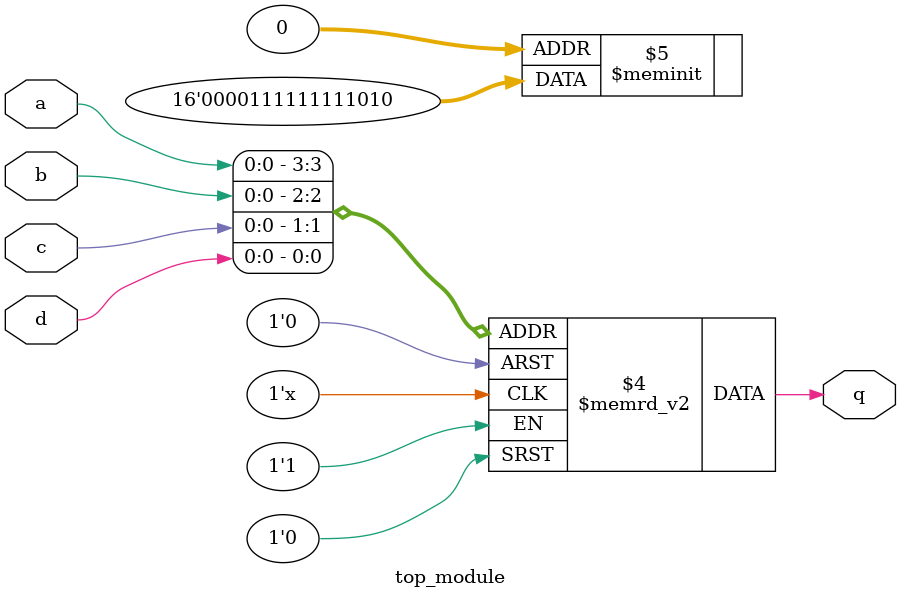
<source format=sv>
module top_module (
  input a, 
  input b, 
  input c, 
  input d,
  output reg q
);

  always @* begin
    case ({a, b, c, d})
      4'b0000 : q = 1'b0;
      4'b0001 : q = 1'b1;
      4'b0010 : q = 1'b0;
      4'b0011 : q = 1'b1;
      4'b0100 : q = 1'b1;
      4'b0101 : q = 1'b1;
      4'b0110 : q = 1'b1;
      4'b0111 : q = 1'b1;
      4'b1000 : q = 1'b1;
      4'b1001 : q = 1'b1;
      4'b1010 : q = 1'b1;
      4'b1011 : q = 1'b1;
      4'b1100 : q = 1'b0;
      4'b1101 : q = 1'b0;
      4'b1110 : q = 1'b0;
      4'b1111 : q = 1'b0;
    endcase
  end

endmodule

</source>
